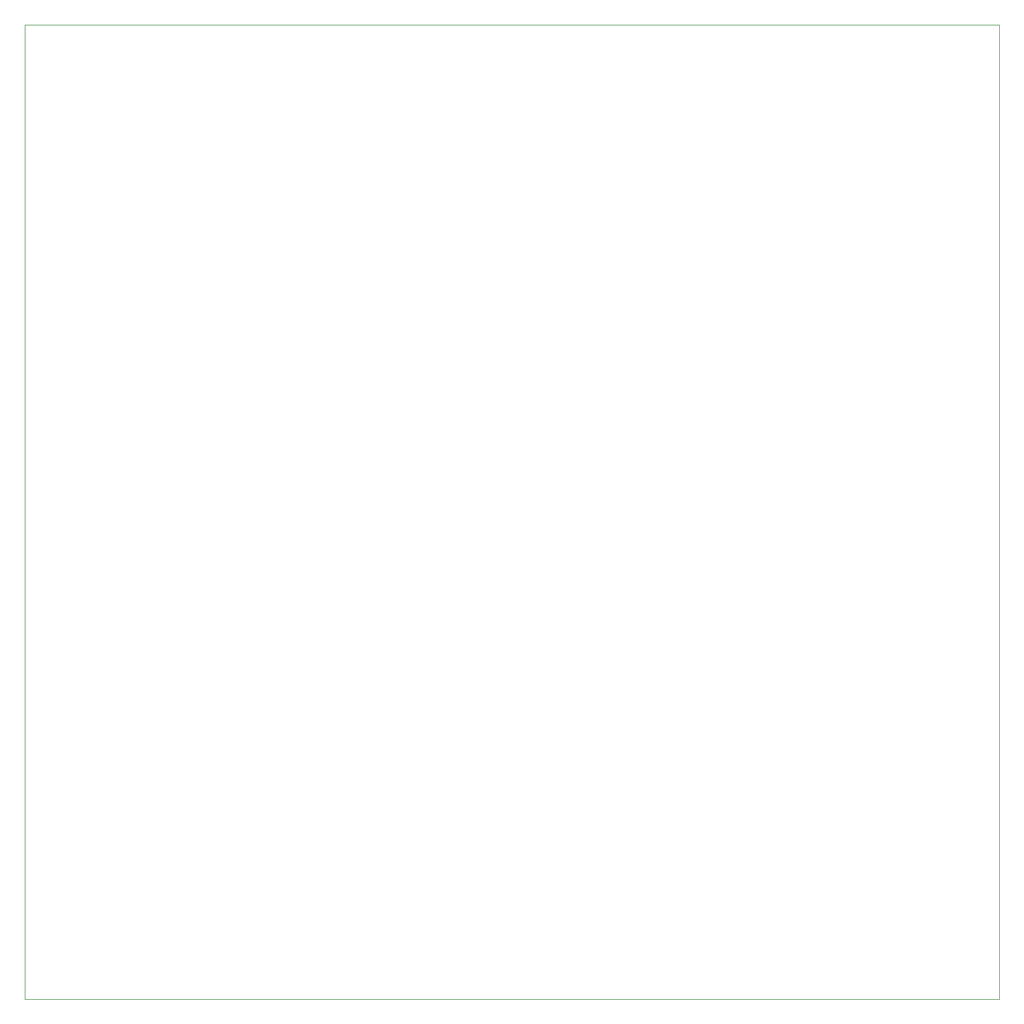
<source format=gm1>
G04 #@! TF.GenerationSoftware,KiCad,Pcbnew,8.0.3*
G04 #@! TF.CreationDate,2024-07-22T04:24:41+02:00*
G04 #@! TF.ProjectId,EPROM-programmer,4550524f-4d2d-4707-926f-6772616d6d65,rev?*
G04 #@! TF.SameCoordinates,Original*
G04 #@! TF.FileFunction,Profile,NP*
%FSLAX46Y46*%
G04 Gerber Fmt 4.6, Leading zero omitted, Abs format (unit mm)*
G04 Created by KiCad (PCBNEW 8.0.3) date 2024-07-22 04:24:41*
%MOMM*%
%LPD*%
G01*
G04 APERTURE LIST*
G04 #@! TA.AperFunction,Profile*
%ADD10C,0.100000*%
G04 #@! TD*
G04 APERTURE END LIST*
D10*
X158750000Y-38100000D02*
X158750000Y-177800000D01*
X158750000Y-177800000D02*
X19050000Y-177800000D01*
X19050000Y-177800000D02*
X19050000Y-38100000D01*
X19050000Y-38100000D02*
X158750000Y-38100000D01*
M02*

</source>
